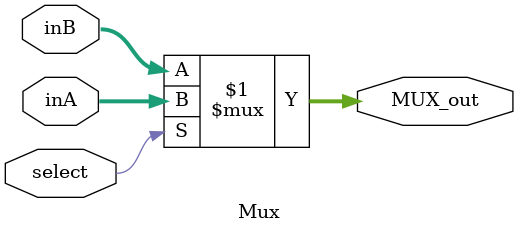
<source format=v>
`timescale 1ns / 1ps


module Mux
#(parameter WIDTH_MUX = 5)
(
output [WIDTH_MUX-1:0] MUX_out,
input [WIDTH_MUX-1:0] inA,
input [WIDTH_MUX-1:0] inB,
input select //select signal   
);

    assign MUX_out = (select) ? inA : inB ; //if select is 1, choose inA. Otherwise, choose inB

endmodule

</source>
